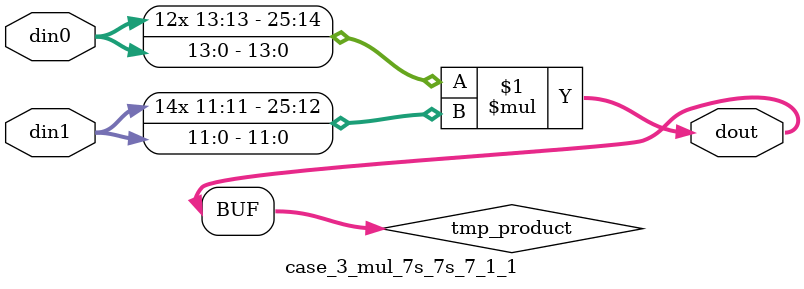
<source format=v>

`timescale 1 ns / 1 ps

 module case_3_mul_7s_7s_7_1_1(din0, din1, dout);
parameter ID = 1;
parameter NUM_STAGE = 0;
parameter din0_WIDTH = 14;
parameter din1_WIDTH = 12;
parameter dout_WIDTH = 26;

input [din0_WIDTH - 1 : 0] din0; 
input [din1_WIDTH - 1 : 0] din1; 
output [dout_WIDTH - 1 : 0] dout;

wire signed [dout_WIDTH - 1 : 0] tmp_product;



























assign tmp_product = $signed(din0) * $signed(din1);








assign dout = tmp_product;





















endmodule

</source>
